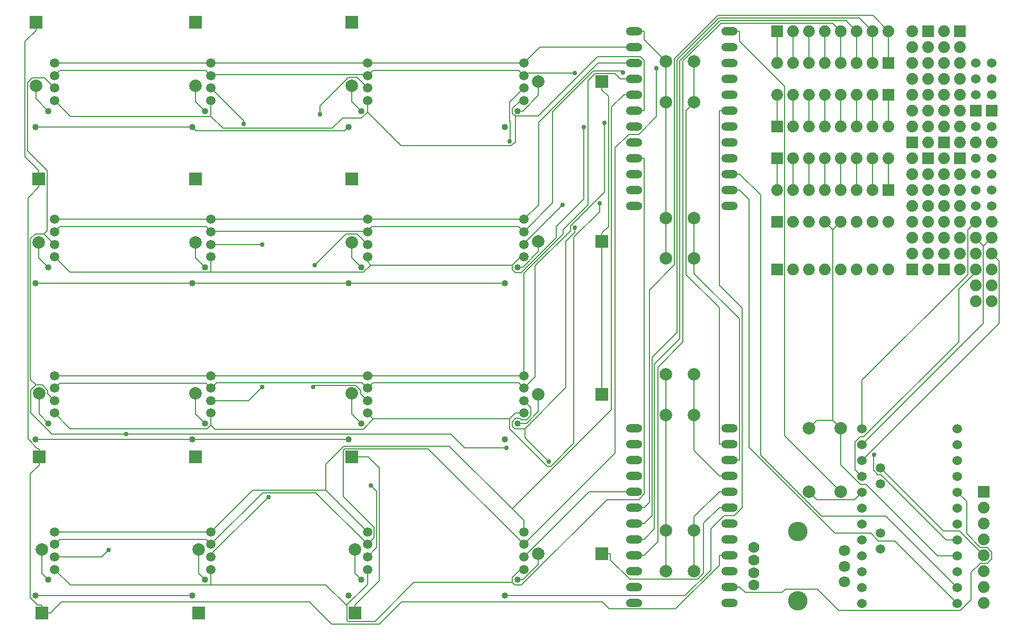
<source format=gbl>
G04 #@! TF.FileFunction,Copper,L2,Bot,Signal*
%FSLAX46Y46*%
G04 Gerber Fmt 4.6, Leading zero omitted, Abs format (unit mm)*
G04 Created by KiCad (PCBNEW 4.0.4-stable) date 11/20/16 21:41:40*
%MOMM*%
%LPD*%
G01*
G04 APERTURE LIST*
%ADD10C,0.100000*%
%ADD11R,1.879600X1.879600*%
%ADD12C,1.879600*%
%ADD13C,1.524000*%
%ADD14C,1.998980*%
%ADD15R,1.998980X1.998980*%
%ADD16C,2.000000*%
%ADD17C,1.500000*%
%ADD18C,1.508000*%
%ADD19C,1.016000*%
%ADD20O,2.641600X1.320800*%
%ADD21C,1.800000*%
%ADD22C,1.778000*%
%ADD23C,3.116000*%
%ADD24C,0.749400*%
%ADD25C,0.203200*%
G04 APERTURE END LIST*
D10*
D11*
X222250000Y-68580000D03*
D12*
X222250000Y-73660000D03*
X222250000Y-86360000D03*
X222250000Y-88900000D03*
X222250000Y-91440000D03*
X222250000Y-93980000D03*
X222250000Y-96520000D03*
X222250000Y-99060000D03*
D13*
X222250000Y-60960000D03*
X222250000Y-63500000D03*
X222250000Y-66040000D03*
X222250000Y-71120000D03*
X222250000Y-76200000D03*
X222250000Y-78740000D03*
X222250000Y-81280000D03*
X222250000Y-83820000D03*
D14*
X70502540Y-138840000D03*
D15*
X70502540Y-149000000D03*
D14*
X70005040Y-113840000D03*
D15*
X70005040Y-124000000D03*
D14*
X69999960Y-89660000D03*
D15*
X69999960Y-79500000D03*
D14*
X69499960Y-64660000D03*
D15*
X69499960Y-54500000D03*
D14*
X95500040Y-138840000D03*
D15*
X95500040Y-149000000D03*
D14*
X95002540Y-113840000D03*
D15*
X95002540Y-124000000D03*
D14*
X94994960Y-89660000D03*
D15*
X94994960Y-79500000D03*
D14*
X94999960Y-64660000D03*
D15*
X94999960Y-54500000D03*
D14*
X120502540Y-138840000D03*
D15*
X120502540Y-149000000D03*
D14*
X120002540Y-113840000D03*
D15*
X120002540Y-124000000D03*
D14*
X119997460Y-89660000D03*
D15*
X119997460Y-79500000D03*
D14*
X120000460Y-64660000D03*
D15*
X120000460Y-54500000D03*
D14*
X149840000Y-139497460D03*
D15*
X160000000Y-139497460D03*
D14*
X149840000Y-114000460D03*
D15*
X160000000Y-114000460D03*
D14*
X149840000Y-89497460D03*
D15*
X160000000Y-89497460D03*
D14*
X149840000Y-63997460D03*
D15*
X160000000Y-63997460D03*
D11*
X212090000Y-55880000D03*
D12*
X212090000Y-58420000D03*
X212090000Y-60960000D03*
X212090000Y-63500000D03*
X212090000Y-66040000D03*
X212090000Y-68580000D03*
X212090000Y-71120000D03*
X212090000Y-73660000D03*
D11*
X209550000Y-73660000D03*
D12*
X209550000Y-71120000D03*
X209550000Y-68580000D03*
X209550000Y-66040000D03*
X209550000Y-63500000D03*
X209550000Y-60960000D03*
X209550000Y-58420000D03*
X209550000Y-55880000D03*
D16*
X174732000Y-142270000D03*
X170232000Y-142270000D03*
X174732000Y-135770000D03*
X170232000Y-135770000D03*
X174732000Y-117270000D03*
X170232000Y-117270000D03*
X174732000Y-110770000D03*
X170232000Y-110770000D03*
X174732000Y-92270000D03*
X170232000Y-92270000D03*
X174732000Y-85770000D03*
X170232000Y-85770000D03*
X174732000Y-67270000D03*
X170232000Y-67270000D03*
X174732000Y-60770000D03*
X170232000Y-60770000D03*
D13*
X216789000Y-147447000D03*
X216789000Y-144907000D03*
X216789000Y-142367000D03*
X216789000Y-139827000D03*
X216789000Y-137287000D03*
X216789000Y-134747000D03*
X216789000Y-132207000D03*
X216789000Y-129667000D03*
X216789000Y-127127000D03*
X216789000Y-124587000D03*
X216789000Y-122047000D03*
X216789000Y-119507000D03*
X201549000Y-147447000D03*
X201549000Y-144907000D03*
X201549000Y-142367000D03*
X201549000Y-139827000D03*
X201549000Y-137287000D03*
X201549000Y-134747000D03*
X201549000Y-132207000D03*
X201549000Y-129667000D03*
X201549000Y-127127000D03*
X201549000Y-124587000D03*
X201549000Y-122047000D03*
X201549000Y-119507000D03*
D17*
X204470000Y-138684000D03*
X204470000Y-136144000D03*
X204470000Y-128270000D03*
X204470000Y-125730000D03*
D11*
X187960000Y-93980000D03*
D12*
X190500000Y-93980000D03*
X193040000Y-93980000D03*
X195580000Y-93980000D03*
X198120000Y-93980000D03*
X200660000Y-93980000D03*
X203200000Y-93980000D03*
X205740000Y-93980000D03*
D11*
X212090000Y-76200000D03*
D12*
X212090000Y-78740000D03*
X212090000Y-81280000D03*
X212090000Y-83820000D03*
X212090000Y-86360000D03*
X212090000Y-88900000D03*
X212090000Y-91440000D03*
X212090000Y-93980000D03*
D11*
X209550000Y-93980000D03*
D12*
X209550000Y-91440000D03*
X209550000Y-88900000D03*
X209550000Y-86360000D03*
X209550000Y-83820000D03*
X209550000Y-81280000D03*
X209550000Y-78740000D03*
X209550000Y-76200000D03*
D11*
X187960000Y-76200000D03*
D12*
X190500000Y-76200000D03*
X193040000Y-76200000D03*
X195580000Y-76200000D03*
X198120000Y-76200000D03*
X200660000Y-76200000D03*
X203200000Y-76200000D03*
X205740000Y-76200000D03*
D11*
X205740000Y-81280000D03*
D12*
X203200000Y-81280000D03*
X200660000Y-81280000D03*
X198120000Y-81280000D03*
X195580000Y-81280000D03*
X193040000Y-81280000D03*
X190500000Y-81280000D03*
X187960000Y-81280000D03*
D11*
X214630000Y-93980000D03*
D12*
X214630000Y-91440000D03*
X214630000Y-88900000D03*
X214630000Y-86360000D03*
X214630000Y-83820000D03*
X214630000Y-81280000D03*
X214630000Y-78740000D03*
X214630000Y-76200000D03*
D11*
X217170000Y-76200000D03*
D12*
X217170000Y-78740000D03*
X217170000Y-81280000D03*
X217170000Y-83820000D03*
X217170000Y-86360000D03*
X217170000Y-88900000D03*
X217170000Y-91440000D03*
X217170000Y-93980000D03*
D11*
X205740000Y-60960000D03*
D12*
X203200000Y-60960000D03*
X200660000Y-60960000D03*
X198120000Y-60960000D03*
X195580000Y-60960000D03*
X193040000Y-60960000D03*
X190500000Y-60960000D03*
X187960000Y-60960000D03*
D11*
X187960000Y-55880000D03*
D12*
X190500000Y-55880000D03*
X193040000Y-55880000D03*
X195580000Y-55880000D03*
X198120000Y-55880000D03*
X200660000Y-55880000D03*
X203200000Y-55880000D03*
X205740000Y-55880000D03*
D11*
X217170000Y-55880000D03*
D12*
X217170000Y-58420000D03*
X217170000Y-60960000D03*
X217170000Y-63500000D03*
X217170000Y-66040000D03*
X217170000Y-68580000D03*
X217170000Y-71120000D03*
X217170000Y-73660000D03*
D11*
X214630000Y-73660000D03*
D12*
X214630000Y-71120000D03*
X214630000Y-68580000D03*
X214630000Y-66040000D03*
X214630000Y-63500000D03*
X214630000Y-60960000D03*
X214630000Y-58420000D03*
X214630000Y-55880000D03*
D11*
X205740000Y-66040000D03*
D12*
X203200000Y-66040000D03*
X200660000Y-66040000D03*
X198120000Y-66040000D03*
X195580000Y-66040000D03*
X193040000Y-66040000D03*
X190500000Y-66040000D03*
X187960000Y-66040000D03*
D11*
X187960000Y-71120000D03*
D12*
X190500000Y-71120000D03*
X193040000Y-71120000D03*
X195580000Y-71120000D03*
X198120000Y-71120000D03*
X200660000Y-71120000D03*
X203200000Y-71120000D03*
X205740000Y-71120000D03*
D11*
X187960000Y-86360000D03*
D12*
X190500000Y-86360000D03*
X193040000Y-86360000D03*
X195580000Y-86360000D03*
X198120000Y-86360000D03*
X200660000Y-86360000D03*
X203200000Y-86360000D03*
X205740000Y-86360000D03*
D11*
X220980000Y-129540000D03*
D12*
X220980000Y-132080000D03*
X220980000Y-134620000D03*
X220980000Y-137160000D03*
X220980000Y-139700000D03*
X220980000Y-142240000D03*
X220980000Y-144780000D03*
X220980000Y-147320000D03*
D14*
X198120000Y-129540000D03*
X198120000Y-119380000D03*
X193040000Y-119380000D03*
X193040000Y-129540000D03*
D18*
X122500000Y-90000000D03*
X122500000Y-88000000D03*
X122500000Y-86000000D03*
X122500000Y-92000000D03*
X122500000Y-65000000D03*
X122500000Y-63000000D03*
X122500000Y-61000000D03*
X122500000Y-67000000D03*
X147500000Y-90000000D03*
X147500000Y-88000000D03*
X147500000Y-86000000D03*
X147500000Y-92000000D03*
D19*
X146519000Y-93672000D03*
X144487000Y-96212000D03*
D18*
X147500000Y-65000000D03*
X147500000Y-63000000D03*
X147500000Y-61000000D03*
X147500000Y-67000000D03*
D19*
X146519000Y-68672000D03*
X144487000Y-71212000D03*
X121519000Y-93672000D03*
X119487000Y-96212000D03*
X121519000Y-68672000D03*
X119487000Y-71212000D03*
D18*
X122500000Y-140000000D03*
X122500000Y-138000000D03*
X122500000Y-136000000D03*
X122500000Y-142000000D03*
X122500000Y-115000000D03*
X122500000Y-113000000D03*
X122500000Y-111000000D03*
X122500000Y-117000000D03*
X147500000Y-140000000D03*
X147500000Y-138000000D03*
X147500000Y-136000000D03*
X147500000Y-142000000D03*
D19*
X146519000Y-143672000D03*
X144487000Y-146212000D03*
D18*
X147500000Y-115000000D03*
X147500000Y-113000000D03*
X147500000Y-111000000D03*
X147500000Y-117000000D03*
D19*
X146519000Y-118672000D03*
X144487000Y-121212000D03*
X121519000Y-143672000D03*
X119487000Y-146212000D03*
X121519000Y-118672000D03*
X119487000Y-121212000D03*
D18*
X72500000Y-140000000D03*
X72500000Y-138000000D03*
X72500000Y-136000000D03*
X72500000Y-142000000D03*
X72500000Y-115000000D03*
X72500000Y-113000000D03*
X72500000Y-111000000D03*
X72500000Y-117000000D03*
X97500000Y-140000000D03*
X97500000Y-138000000D03*
X97500000Y-136000000D03*
X97500000Y-142000000D03*
D19*
X96519000Y-143672000D03*
X94487000Y-146212000D03*
D18*
X97500000Y-115000000D03*
X97500000Y-113000000D03*
X97500000Y-111000000D03*
X97500000Y-117000000D03*
D19*
X96519000Y-118672000D03*
X94487000Y-121212000D03*
X71519000Y-143672000D03*
X69487000Y-146212000D03*
X71519000Y-118672000D03*
X69487000Y-121212000D03*
D18*
X72500000Y-90000000D03*
X72500000Y-88000000D03*
X72500000Y-86000000D03*
X72500000Y-92000000D03*
X72500000Y-65000000D03*
X72500000Y-63000000D03*
X72500000Y-61000000D03*
X72500000Y-67000000D03*
X97500000Y-90000000D03*
X97500000Y-88000000D03*
X97500000Y-86000000D03*
X97500000Y-92000000D03*
D19*
X96519000Y-93672000D03*
X94487000Y-96212000D03*
D18*
X97500000Y-65000000D03*
X97500000Y-63000000D03*
X97500000Y-61000000D03*
X97500000Y-67000000D03*
D19*
X96519000Y-68672000D03*
X94487000Y-71212000D03*
X71519000Y-93672000D03*
X69487000Y-96212000D03*
X71519000Y-68672000D03*
X69487000Y-71212000D03*
D20*
X180340000Y-119380000D03*
X180340000Y-121920000D03*
X180340000Y-124460000D03*
X180340000Y-127000000D03*
X180340000Y-129540000D03*
X180340000Y-132080000D03*
X180340000Y-134620000D03*
X180340000Y-137160000D03*
X180340000Y-139700000D03*
X180340000Y-142240000D03*
X180340000Y-144780000D03*
X180340000Y-147320000D03*
X165100000Y-147320000D03*
X165100000Y-144780000D03*
X165100000Y-142240000D03*
X165100000Y-139700000D03*
X165100000Y-137160000D03*
X165100000Y-134620000D03*
X165100000Y-132080000D03*
X165100000Y-129540000D03*
X165100000Y-127000000D03*
X165100000Y-124460000D03*
X165100000Y-121920000D03*
X165100000Y-119380000D03*
X180340000Y-55880000D03*
X180340000Y-58420000D03*
X180340000Y-60960000D03*
X180340000Y-63500000D03*
X180340000Y-66040000D03*
X180340000Y-68580000D03*
X180340000Y-71120000D03*
X180340000Y-73660000D03*
X180340000Y-76200000D03*
X180340000Y-78740000D03*
X180340000Y-81280000D03*
X180340000Y-83820000D03*
X165100000Y-83820000D03*
X165100000Y-81280000D03*
X165100000Y-78740000D03*
X165100000Y-76200000D03*
X165100000Y-73660000D03*
X165100000Y-71120000D03*
X165100000Y-68580000D03*
X165100000Y-66040000D03*
X165100000Y-63500000D03*
X165100000Y-60960000D03*
X165100000Y-58420000D03*
X165100000Y-55880000D03*
D11*
X219710000Y-68580000D03*
D12*
X219710000Y-73660000D03*
X219710000Y-86360000D03*
X219710000Y-88900000D03*
X219710000Y-91440000D03*
X219710000Y-93980000D03*
X219710000Y-96520000D03*
X219710000Y-99060000D03*
D13*
X219710000Y-60960000D03*
X219710000Y-63500000D03*
X219710000Y-66040000D03*
X219710000Y-71120000D03*
X219710000Y-76200000D03*
X219710000Y-78740000D03*
X219710000Y-81280000D03*
X219710000Y-83820000D03*
D21*
X198750000Y-144000000D03*
X198750000Y-141500000D03*
X198750000Y-139000000D03*
D22*
X184250000Y-140500000D03*
X184250000Y-142500000D03*
D23*
X191250000Y-147050000D03*
X191250000Y-135950000D03*
D22*
X184250000Y-138500000D03*
X184250000Y-144500000D03*
D24*
X168671000Y-61834900D03*
X153664000Y-83715400D03*
X145216000Y-73564300D03*
X155667000Y-87307400D03*
X151528000Y-124794000D03*
X83962800Y-120365000D03*
X81132000Y-138879000D03*
X144739000Y-122570000D03*
X160385000Y-70536700D03*
X159580000Y-83402400D03*
X163338000Y-62534500D03*
X157072000Y-71221400D03*
X155671000Y-62605000D03*
X105680000Y-90000000D03*
X105680000Y-112827000D03*
X102746000Y-70758000D03*
X106679000Y-130427000D03*
X114037000Y-93367900D03*
X114916000Y-69225900D03*
X123082000Y-128583000D03*
X113815000Y-112816000D03*
X203449000Y-123670000D03*
D25*
X70502500Y-142656000D02*
X70502500Y-138840000D01*
X71519000Y-143672000D02*
X70502500Y-142656000D01*
X70005000Y-125305000D02*
X70005000Y-124000000D01*
X68620000Y-126690000D02*
X70005000Y-125305000D01*
X68620000Y-146547000D02*
X68620000Y-126690000D01*
X69768700Y-147695000D02*
X68620000Y-146547000D01*
X70502500Y-147695000D02*
X69768700Y-147695000D01*
X70502500Y-149000000D02*
X70502500Y-147695000D01*
X178714000Y-139700000D02*
X180340000Y-139700000D01*
X178714000Y-141338000D02*
X178714000Y-139700000D01*
X171740000Y-148312000D02*
X178714000Y-141338000D01*
X161187000Y-148312000D02*
X171740000Y-148312000D01*
X160049000Y-147175000D02*
X161187000Y-148312000D01*
X127976000Y-147175000D02*
X160049000Y-147175000D01*
X124405000Y-150746000D02*
X127976000Y-147175000D01*
X116798000Y-150746000D02*
X124405000Y-150746000D01*
X113248000Y-147195000D02*
X116798000Y-150746000D01*
X73612200Y-147195000D02*
X113248000Y-147195000D01*
X71807100Y-149000000D02*
X73612200Y-147195000D01*
X70502500Y-149000000D02*
X71807100Y-149000000D01*
X70000000Y-78195400D02*
X70000000Y-79500000D01*
X67779100Y-75974500D02*
X70000000Y-78195400D01*
X67779100Y-57525500D02*
X67779100Y-75974500D01*
X69500000Y-55804600D02*
X67779100Y-57525500D01*
X69500000Y-54500000D02*
X69500000Y-55804600D01*
X70005000Y-122695000D02*
X70005000Y-124000000D01*
X69810000Y-122695000D02*
X70005000Y-122695000D01*
X68226300Y-121112000D02*
X69810000Y-122695000D01*
X68226300Y-82578300D02*
X68226300Y-121112000D01*
X70000000Y-80804600D02*
X68226300Y-82578300D01*
X70000000Y-79500000D02*
X70000000Y-80804600D01*
X70005000Y-117158000D02*
X70005000Y-113840000D01*
X71519000Y-118672000D02*
X70005000Y-117158000D01*
X70000000Y-92153000D02*
X70000000Y-89660000D01*
X71519000Y-93672000D02*
X70000000Y-92153000D01*
X69500000Y-66653000D02*
X69500000Y-64660000D01*
X71519000Y-68672000D02*
X69500000Y-66653000D01*
X95500000Y-142653000D02*
X95500000Y-138840000D01*
X96519000Y-143672000D02*
X95500000Y-142653000D01*
X95002500Y-117156000D02*
X95002500Y-113840000D01*
X96519000Y-118672000D02*
X95002500Y-117156000D01*
X94995000Y-92148000D02*
X94995000Y-89660000D01*
X96519000Y-93672000D02*
X94995000Y-92148000D01*
X95000000Y-67153000D02*
X95000000Y-64660000D01*
X96519000Y-68672000D02*
X95000000Y-67153000D01*
X120502000Y-142656000D02*
X120502000Y-140748000D01*
X121519000Y-143672000D02*
X120502000Y-142656000D01*
X120502000Y-140748000D02*
X120502000Y-138840000D01*
X120502500Y-140747500D02*
X120502500Y-138840000D01*
X120502000Y-140748000D02*
X120502500Y-140747500D01*
X120002500Y-124000000D02*
X120002000Y-124000000D01*
X120502000Y-149000000D02*
X120502000Y-148347500D01*
X122615000Y-124000000D02*
X120002500Y-124000000D01*
X124421000Y-125807000D02*
X122615000Y-124000000D01*
X124421000Y-143776000D02*
X124421000Y-125807000D01*
X120502000Y-147695000D02*
X124421000Y-143776000D01*
X120502000Y-148347500D02*
X120502000Y-147695000D01*
X120502500Y-148348000D02*
X120502500Y-149000000D01*
X120502000Y-148347500D02*
X120502500Y-148348000D01*
X120002000Y-117156000D02*
X120002000Y-115498000D01*
X121519000Y-118672000D02*
X120002000Y-117156000D01*
X120002000Y-115498000D02*
X120002000Y-113840000D01*
X120002500Y-115497500D02*
X120002500Y-113840000D01*
X120002000Y-115498000D02*
X120002500Y-115497500D01*
X119998000Y-92150500D02*
X119998000Y-90905200D01*
X121519000Y-93672000D02*
X119998000Y-92150500D01*
X119998000Y-90905200D02*
X119998000Y-89660000D01*
X119997500Y-90904700D02*
X119997500Y-89660000D01*
X119998000Y-90905200D02*
X119997500Y-90904700D01*
X120000000Y-67153500D02*
X120000000Y-65906700D01*
X121519000Y-68672000D02*
X120000000Y-67153500D01*
X120000000Y-65906700D02*
X120000000Y-64660000D01*
X120000500Y-65906200D02*
X120000500Y-64660000D01*
X120000000Y-65906700D02*
X120000500Y-65906200D01*
X149840000Y-141162000D02*
X149840000Y-139498000D01*
X147330000Y-143672000D02*
X149840000Y-141162000D01*
X146519000Y-143672000D02*
X147330000Y-143672000D01*
X149840000Y-139498000D02*
X149840000Y-139497500D01*
X160000000Y-65302100D02*
X160000000Y-63997500D01*
X161064000Y-66366600D02*
X160000000Y-65302100D01*
X161064000Y-87128400D02*
X161064000Y-66366600D01*
X160000000Y-88192900D02*
X161064000Y-87128400D01*
X160000000Y-89497500D02*
X160000000Y-88192900D01*
X160000000Y-139498000D02*
X160000500Y-139498000D01*
X178714000Y-132080000D02*
X180340000Y-132080000D01*
X176206000Y-134588000D02*
X178714000Y-132080000D01*
X176206000Y-142644000D02*
X176206000Y-134588000D01*
X175269000Y-143582000D02*
X176206000Y-142644000D01*
X164410000Y-143582000D02*
X175269000Y-143582000D01*
X161305000Y-140476000D02*
X164410000Y-143582000D01*
X161305000Y-139498000D02*
X161305000Y-140476000D01*
X160000500Y-139498000D02*
X161305000Y-139498000D01*
X160000500Y-139498000D02*
X160000000Y-139497500D01*
X160000000Y-114000000D02*
X160000000Y-89497500D01*
X160000000Y-114000000D02*
X160000000Y-114000500D01*
X149840000Y-116735000D02*
X149840000Y-114000500D01*
X147903000Y-118672000D02*
X149840000Y-116735000D01*
X146519000Y-118672000D02*
X147903000Y-118672000D01*
X149840000Y-114000500D02*
X149840000Y-114000000D01*
X147326000Y-93672000D02*
X146519000Y-93672000D01*
X149840000Y-91158100D02*
X147326000Y-93672000D01*
X149840000Y-89497500D02*
X149840000Y-91158100D01*
X147336000Y-68672000D02*
X146519000Y-68672000D01*
X149840000Y-66168400D02*
X147336000Y-68672000D01*
X149840000Y-63997500D02*
X149840000Y-66168400D01*
X166726000Y-57263900D02*
X170232000Y-60770000D01*
X166726000Y-55880000D02*
X166726000Y-57263900D01*
X165100000Y-55880000D02*
X166726000Y-55880000D01*
X170232000Y-110770000D02*
X170232000Y-117270000D01*
X170232000Y-60770000D02*
X170232000Y-67270000D01*
X170232000Y-67270000D02*
X170232000Y-85770000D01*
X170232000Y-85770000D02*
X170232000Y-92270000D01*
X170232000Y-117270000D02*
X170232000Y-135770000D01*
X170232000Y-135770000D02*
X170232000Y-142270000D01*
X201549000Y-111740000D02*
X201549000Y-119507000D01*
X218440000Y-94849100D02*
X201549000Y-111740000D01*
X218440000Y-87630000D02*
X218440000Y-94849100D01*
X219710000Y-86360000D02*
X218440000Y-87630000D01*
X220955000Y-102641000D02*
X220955000Y-90170000D01*
X201549000Y-122047000D02*
X220955000Y-102641000D01*
X220980000Y-90170000D02*
X220955000Y-90170000D01*
X222250000Y-88900000D02*
X220980000Y-90170000D01*
X219710000Y-88925000D02*
X219710000Y-88900000D01*
X220955000Y-90170000D02*
X219710000Y-88925000D01*
X223496000Y-102640000D02*
X201549000Y-124587000D01*
X223496000Y-92685800D02*
X223496000Y-102640000D01*
X222250000Y-91440000D02*
X223496000Y-92685800D01*
X219710000Y-94456900D02*
X219710000Y-93980000D01*
X216995000Y-97171900D02*
X219710000Y-94456900D01*
X216995000Y-105579000D02*
X216995000Y-97171900D01*
X201797000Y-120777000D02*
X216995000Y-105579000D01*
X201286000Y-120777000D02*
X201797000Y-120777000D01*
X200466000Y-121598000D02*
X201286000Y-120777000D01*
X200466000Y-126044000D02*
X200466000Y-121598000D01*
X201549000Y-127127000D02*
X200466000Y-126044000D01*
X214588000Y-135848000D02*
X204470000Y-125730000D01*
X217128000Y-135848000D02*
X214588000Y-135848000D01*
X220980000Y-139700000D02*
X217128000Y-135848000D01*
X73310200Y-137190000D02*
X72500000Y-138000000D01*
X96689800Y-137190000D02*
X73310200Y-137190000D01*
X97500000Y-138000000D02*
X96689800Y-137190000D01*
X105755000Y-129745000D02*
X97500000Y-138000000D01*
X114245000Y-129745000D02*
X105755000Y-129745000D01*
X122500000Y-138000000D02*
X114245000Y-129745000D01*
X123573000Y-136927000D02*
X122500000Y-138000000D01*
X123573000Y-135257000D02*
X123573000Y-136927000D01*
X118683000Y-130367000D02*
X123573000Y-135257000D01*
X118683000Y-122878000D02*
X118683000Y-130367000D01*
X118875000Y-122686000D02*
X118683000Y-122878000D01*
X132186000Y-122686000D02*
X118875000Y-122686000D01*
X147500000Y-138000000D02*
X132186000Y-122686000D01*
X168671000Y-69585800D02*
X168671000Y-61834900D01*
X165866000Y-72390000D02*
X168671000Y-69585800D01*
X164296000Y-72390000D02*
X165866000Y-72390000D01*
X162112000Y-74573900D02*
X164296000Y-72390000D01*
X162112000Y-123388000D02*
X162112000Y-74573900D01*
X147500000Y-138000000D02*
X162112000Y-123388000D01*
X72500000Y-136000000D02*
X97500000Y-136000000D01*
X104164000Y-129336000D02*
X115836000Y-129336000D01*
X97500000Y-136000000D02*
X104164000Y-129336000D01*
X115836000Y-129336000D02*
X122500000Y-136000000D01*
X147500000Y-134191000D02*
X145612000Y-132304000D01*
X147500000Y-136000000D02*
X147500000Y-134191000D01*
X115836000Y-125149000D02*
X115836000Y-129336000D01*
X118706000Y-122279000D02*
X115836000Y-125149000D01*
X135588000Y-122279000D02*
X118706000Y-122279000D01*
X145612000Y-132304000D02*
X135588000Y-122279000D01*
X163474000Y-66040000D02*
X165100000Y-66040000D01*
X161471000Y-68042900D02*
X163474000Y-66040000D01*
X161471000Y-116445000D02*
X161471000Y-68042900D01*
X145612000Y-132304000D02*
X161471000Y-116445000D01*
X146957000Y-142000000D02*
X147500000Y-142000000D01*
X145692000Y-143266000D02*
X146957000Y-142000000D01*
X145692000Y-144079000D02*
X145692000Y-143266000D01*
X146115000Y-144502000D02*
X145692000Y-144079000D01*
X147075000Y-144502000D02*
X146115000Y-144502000D01*
X160768000Y-130810000D02*
X147075000Y-144502000D01*
X165860000Y-130810000D02*
X160768000Y-130810000D01*
X166726000Y-129944000D02*
X165860000Y-130810000D01*
X166726000Y-76200000D02*
X166726000Y-129944000D01*
X165100000Y-76200000D02*
X166726000Y-76200000D01*
X119198000Y-147818000D02*
X119119000Y-147740000D01*
X119198000Y-150142000D02*
X119198000Y-147818000D01*
X119361000Y-150305000D02*
X119198000Y-150142000D01*
X123714000Y-150305000D02*
X119361000Y-150305000D01*
X129940000Y-144079000D02*
X123714000Y-150305000D01*
X145692000Y-144079000D02*
X129940000Y-144079000D01*
X122500000Y-144359000D02*
X122500000Y-142000000D01*
X119119000Y-147740000D02*
X122500000Y-144359000D01*
X97500000Y-142000000D02*
X97500000Y-144503000D01*
X115883000Y-144503000D02*
X97500000Y-144503000D01*
X119119000Y-147740000D02*
X115883000Y-144503000D01*
X75003300Y-144503000D02*
X72500000Y-142000000D01*
X97500000Y-144503000D02*
X75003300Y-144503000D01*
X69487000Y-146212000D02*
X94487000Y-146212000D01*
X178714000Y-68580000D02*
X180340000Y-68580000D01*
X178714000Y-96517900D02*
X178714000Y-68580000D01*
X182373000Y-100177000D02*
X178714000Y-96517900D01*
X182373000Y-132127000D02*
X182373000Y-100177000D01*
X181150000Y-133350000D02*
X182373000Y-132127000D01*
X179501000Y-133350000D02*
X181150000Y-133350000D01*
X177369000Y-135482000D02*
X179501000Y-133350000D01*
X177369000Y-142093000D02*
X177369000Y-135482000D01*
X173250000Y-146212000D02*
X177369000Y-142093000D01*
X144487000Y-146212000D02*
X173250000Y-146212000D01*
X147500000Y-89879100D02*
X147500000Y-90000000D01*
X153664000Y-83715400D02*
X147500000Y-89879100D01*
X157953000Y-129540000D02*
X165100000Y-129540000D01*
X147500000Y-139993000D02*
X157953000Y-129540000D01*
X147500000Y-140000000D02*
X147500000Y-139993000D01*
X147665000Y-120931000D02*
X147665000Y-119485000D01*
X151528000Y-124794000D02*
X147665000Y-120931000D01*
X146098000Y-119485000D02*
X147665000Y-119485000D01*
X145661000Y-119048000D02*
X146098000Y-119485000D01*
X145661000Y-118364000D02*
X145661000Y-119048000D01*
X146176000Y-117848000D02*
X145661000Y-118364000D01*
X146848000Y-117848000D02*
X146176000Y-117848000D01*
X147083000Y-118084000D02*
X146848000Y-117848000D01*
X147914000Y-118084000D02*
X147083000Y-118084000D01*
X148618000Y-117380000D02*
X147914000Y-118084000D01*
X148618000Y-116118000D02*
X148618000Y-117380000D01*
X147500000Y-115000000D02*
X148618000Y-116118000D01*
X155667000Y-88115000D02*
X155667000Y-87307400D01*
X154230000Y-89551800D02*
X155667000Y-88115000D01*
X154230000Y-112920000D02*
X154230000Y-89551800D01*
X147665000Y-119485000D02*
X154230000Y-112920000D01*
X145334000Y-73446800D02*
X145216000Y-73564300D01*
X145334000Y-70330700D02*
X145334000Y-73446800D01*
X145250000Y-70247100D02*
X145334000Y-70330700D01*
X145250000Y-67249600D02*
X145250000Y-70247100D01*
X147500000Y-65000000D02*
X145250000Y-67249600D01*
X71335600Y-87842200D02*
X70838900Y-88338900D01*
X71335600Y-78209100D02*
X71335600Y-87842200D01*
X68195400Y-75068900D02*
X71335600Y-78209100D01*
X68195400Y-64091300D02*
X68195400Y-75068900D01*
X68935300Y-63351400D02*
X68195400Y-64091300D01*
X70851400Y-63351400D02*
X68935300Y-63351400D01*
X72500000Y-65000000D02*
X70851400Y-63351400D01*
X70838900Y-88338900D02*
X72500000Y-90000000D01*
X69414700Y-88338900D02*
X70838900Y-88338900D01*
X68639800Y-89113800D02*
X69414700Y-88338900D01*
X68639800Y-111619000D02*
X68639800Y-89113800D01*
X69505800Y-112485000D02*
X68639800Y-111619000D01*
X71440800Y-113941000D02*
X72500000Y-115000000D01*
X71440800Y-113387000D02*
X71440800Y-113941000D01*
X70538700Y-112485000D02*
X71440800Y-113387000D01*
X69505800Y-112485000D02*
X70538700Y-112485000D01*
X72056000Y-120365000D02*
X83962800Y-120365000D01*
X68690500Y-117000000D02*
X72056000Y-120365000D01*
X68690500Y-113300000D02*
X68690500Y-117000000D01*
X69505800Y-112485000D02*
X68690500Y-113300000D01*
X80010900Y-140000000D02*
X72500000Y-140000000D01*
X81132000Y-138879000D02*
X80010900Y-140000000D01*
X138065000Y-122570000D02*
X144739000Y-122570000D01*
X135860000Y-120365000D02*
X138065000Y-122570000D01*
X83962800Y-120365000D02*
X135860000Y-120365000D01*
X98382900Y-112117000D02*
X97500000Y-113000000D01*
X121617000Y-112117000D02*
X98382900Y-112117000D01*
X122500000Y-113000000D02*
X121617000Y-112117000D01*
X73310200Y-112190000D02*
X72500000Y-113000000D01*
X96689800Y-112190000D02*
X73310200Y-112190000D01*
X97500000Y-113000000D02*
X96689800Y-112190000D01*
X123348000Y-112152000D02*
X122500000Y-113000000D01*
X146652000Y-112152000D02*
X123348000Y-112152000D01*
X147500000Y-113000000D02*
X146652000Y-112152000D01*
X149295000Y-111205000D02*
X147500000Y-113000000D01*
X149295000Y-93466500D02*
X149295000Y-111205000D01*
X154928000Y-87833900D02*
X149295000Y-93466500D01*
X154928000Y-87076100D02*
X154928000Y-87833900D01*
X160385000Y-81619400D02*
X154928000Y-87076100D01*
X160385000Y-70536700D02*
X160385000Y-81619400D01*
X72500000Y-111000000D02*
X97500000Y-111000000D01*
X147500000Y-94648600D02*
X147500000Y-111000000D01*
X153767000Y-88381300D02*
X147500000Y-94648600D01*
X153767000Y-87661500D02*
X153767000Y-88381300D01*
X157761000Y-83667600D02*
X153767000Y-87661500D01*
X157761000Y-63799400D02*
X157761000Y-83667600D01*
X158868000Y-62692800D02*
X157761000Y-63799400D01*
X162092000Y-62692800D02*
X158868000Y-62692800D01*
X162899000Y-63500000D02*
X162092000Y-62692800D01*
X165100000Y-63500000D02*
X162899000Y-63500000D01*
X147500000Y-111000000D02*
X122500000Y-111000000D01*
X122500000Y-111000000D02*
X97500000Y-111000000D01*
X74985200Y-119485000D02*
X72500000Y-117000000D01*
X96895900Y-119485000D02*
X74985200Y-119485000D01*
X97500000Y-118881000D02*
X96895900Y-119485000D01*
X97500000Y-117000000D02*
X97500000Y-118881000D01*
X123405000Y-118010000D02*
X123405000Y-117905000D01*
X121864000Y-119551000D02*
X123405000Y-118010000D01*
X98170100Y-119551000D02*
X121864000Y-119551000D01*
X97500000Y-118881000D02*
X98170100Y-119551000D01*
X123405000Y-117905000D02*
X122500000Y-117000000D01*
X146156000Y-117000000D02*
X145251000Y-117905000D01*
X147500000Y-117000000D02*
X146156000Y-117000000D01*
X145251000Y-117905000D02*
X123405000Y-117905000D01*
X159580000Y-84777800D02*
X159580000Y-83402400D01*
X155493000Y-88864300D02*
X159580000Y-84777800D01*
X155493000Y-121812000D02*
X155493000Y-88864300D01*
X151812000Y-125493000D02*
X155493000Y-121812000D01*
X151266000Y-125493000D02*
X151812000Y-125493000D01*
X145251000Y-119478000D02*
X151266000Y-125493000D01*
X145251000Y-117905000D02*
X145251000Y-119478000D01*
X119487000Y-121212000D02*
X94487000Y-121212000D01*
X94487000Y-121212000D02*
X69487000Y-121212000D01*
X73323200Y-87176800D02*
X72500000Y-88000000D01*
X96676800Y-87176800D02*
X73323200Y-87176800D01*
X97500000Y-88000000D02*
X96676800Y-87176800D01*
X97598800Y-87901200D02*
X97500000Y-88000000D01*
X122500000Y-87901200D02*
X97598800Y-87901200D01*
X123249000Y-87152100D02*
X122500000Y-87901200D01*
X146652000Y-87152100D02*
X123249000Y-87152100D01*
X147500000Y-88000000D02*
X146652000Y-87152100D01*
X122500000Y-87901200D02*
X122500000Y-88000000D01*
X163080000Y-62276600D02*
X163338000Y-62534500D01*
X158637000Y-62276600D02*
X163080000Y-62276600D01*
X152106000Y-68807500D02*
X158637000Y-62276600D01*
X152106000Y-83394300D02*
X152106000Y-68807500D01*
X147500000Y-88000000D02*
X152106000Y-83394300D01*
X97500000Y-86000000D02*
X72500000Y-86000000D01*
X149847000Y-83652900D02*
X147500000Y-86000000D01*
X149847000Y-70490800D02*
X149847000Y-83652900D01*
X159378000Y-60960100D02*
X149847000Y-70490800D01*
X163474000Y-60960100D02*
X159378000Y-60960100D01*
X163474000Y-60960000D02*
X163474000Y-60960100D01*
X165100000Y-60960000D02*
X163474000Y-60960000D01*
X147500000Y-86000000D02*
X122500000Y-86000000D01*
X122500000Y-86000000D02*
X97500000Y-86000000D01*
X122500000Y-92747000D02*
X122500000Y-92000000D01*
X123067000Y-93314200D02*
X122500000Y-92747000D01*
X74985100Y-94485100D02*
X72500000Y-92000000D01*
X97500000Y-94485100D02*
X74985100Y-94485100D01*
X97500000Y-94485100D02*
X97500000Y-92000000D01*
X121896000Y-94485100D02*
X97500000Y-94485100D01*
X123067000Y-93314200D02*
X121896000Y-94485100D01*
X146972000Y-92000000D02*
X145657000Y-93314200D01*
X147500000Y-92000000D02*
X146972000Y-92000000D01*
X145657000Y-93314200D02*
X123067000Y-93314200D01*
X145657000Y-93986800D02*
X145657000Y-93314200D01*
X146157000Y-94486100D02*
X145657000Y-93986800D01*
X147087000Y-94486100D02*
X146157000Y-94486100D01*
X152651000Y-88922000D02*
X147087000Y-94486100D01*
X152651000Y-87149300D02*
X152651000Y-88922000D01*
X157072000Y-82728500D02*
X152651000Y-87149300D01*
X157072000Y-71221400D02*
X157072000Y-82728500D01*
X69487000Y-96212000D02*
X94487000Y-96212000D01*
X144487000Y-96212000D02*
X119487000Y-96212000D01*
X119487000Y-96212000D02*
X94487000Y-96212000D01*
X123348000Y-62152100D02*
X122500000Y-63000000D01*
X146652000Y-62152100D02*
X123348000Y-62152100D01*
X147500000Y-63000000D02*
X146652000Y-62152100D01*
X97601700Y-62898300D02*
X97500000Y-63000000D01*
X122398000Y-62898300D02*
X97601700Y-62898300D01*
X122500000Y-63000000D02*
X122398000Y-62898300D01*
X73329600Y-62170400D02*
X72500000Y-63000000D01*
X96670400Y-62170400D02*
X73329600Y-62170400D01*
X97500000Y-63000000D02*
X96670400Y-62170400D01*
X147895000Y-62605000D02*
X155671000Y-62605000D01*
X147500000Y-63000000D02*
X147895000Y-62605000D01*
X150080000Y-58420000D02*
X147500000Y-61000000D01*
X165100000Y-58420000D02*
X150080000Y-58420000D01*
X147500000Y-61000000D02*
X122500000Y-61000000D01*
X122500000Y-61000000D02*
X97500000Y-61000000D01*
X97500000Y-61000000D02*
X72500000Y-61000000D01*
X75011100Y-69511100D02*
X72500000Y-67000000D01*
X97500000Y-69511100D02*
X75011100Y-69511100D01*
X97500000Y-69511100D02*
X97500000Y-67000000D01*
X122500000Y-67000000D02*
X122500000Y-68858300D01*
X99438800Y-71449900D02*
X97500000Y-69511100D01*
X116900000Y-71449900D02*
X99438800Y-71449900D01*
X118518000Y-69831600D02*
X116900000Y-71449900D01*
X121527000Y-69831600D02*
X118518000Y-69831600D01*
X122500000Y-68858300D02*
X121527000Y-69831600D01*
X149762000Y-69498200D02*
X146160000Y-69498200D01*
X159274000Y-59985900D02*
X149762000Y-69498200D01*
X166171000Y-59985900D02*
X159274000Y-59985900D01*
X166726000Y-60540400D02*
X166171000Y-59985900D01*
X166726000Y-68580000D02*
X166726000Y-60540400D01*
X165100000Y-68580000D02*
X166726000Y-68580000D01*
X146991000Y-67000000D02*
X147500000Y-67000000D01*
X145687000Y-68304100D02*
X146991000Y-67000000D01*
X145687000Y-69025400D02*
X145687000Y-68304100D01*
X146160000Y-69498200D02*
X145687000Y-69025400D01*
X146160000Y-73582600D02*
X146160000Y-69498200D01*
X145498000Y-74244100D02*
X146160000Y-73582600D01*
X127886000Y-74244100D02*
X145498000Y-74244100D01*
X122500000Y-68858300D02*
X127886000Y-74244100D01*
X69487000Y-71212000D02*
X94487000Y-71212000D01*
X118842000Y-71856700D02*
X119487000Y-71212000D01*
X95131700Y-71856700D02*
X118842000Y-71856700D01*
X94487000Y-71212000D02*
X95131700Y-71856700D01*
X103507000Y-115000000D02*
X105680000Y-112827000D01*
X97500000Y-115000000D02*
X103507000Y-115000000D01*
X97500000Y-90000000D02*
X105680000Y-90000000D01*
X97500000Y-139606000D02*
X106679000Y-130427000D01*
X97500000Y-140000000D02*
X97500000Y-139606000D01*
X102746000Y-70246000D02*
X102746000Y-70758000D01*
X97500000Y-65000000D02*
X102746000Y-70246000D01*
X120837000Y-88336700D02*
X122500000Y-90000000D01*
X119068000Y-88336700D02*
X120837000Y-88336700D01*
X114037000Y-93367900D02*
X119068000Y-88336700D01*
X120805000Y-63305100D02*
X122500000Y-65000000D01*
X119510000Y-63305100D02*
X120805000Y-63305100D01*
X114916000Y-67899000D02*
X119510000Y-63305100D01*
X114916000Y-69225900D02*
X114916000Y-67899000D01*
X123988000Y-129490000D02*
X123082000Y-128583000D01*
X123988000Y-138512000D02*
X123988000Y-129490000D01*
X122500000Y-140000000D02*
X123988000Y-138512000D01*
X114106000Y-112524000D02*
X113815000Y-112816000D01*
X120551000Y-112524000D02*
X114106000Y-112524000D01*
X121441000Y-113414000D02*
X120551000Y-112524000D01*
X121441000Y-113941000D02*
X121441000Y-113414000D01*
X122500000Y-115000000D02*
X121441000Y-113941000D01*
X189205000Y-120625000D02*
X198120000Y-129540000D01*
X189205000Y-64745000D02*
X189205000Y-120625000D01*
X181966000Y-57505900D02*
X189205000Y-64745000D01*
X181966000Y-55880000D02*
X181966000Y-57505900D01*
X180340000Y-55880000D02*
X181966000Y-55880000D01*
X200352000Y-130864000D02*
X201549000Y-129667000D01*
X194364000Y-130864000D02*
X200352000Y-130864000D01*
X193040000Y-129540000D02*
X194364000Y-130864000D01*
X174732000Y-135770000D02*
X174732000Y-142270000D01*
X174732000Y-133522000D02*
X174732000Y-135770000D01*
X178714000Y-129540000D02*
X174732000Y-133522000D01*
X180340000Y-129540000D02*
X178714000Y-129540000D01*
X174732000Y-110770000D02*
X174732000Y-117270000D01*
X174732000Y-123018000D02*
X174732000Y-117270000D01*
X178714000Y-127000000D02*
X174732000Y-123018000D01*
X180340000Y-127000000D02*
X178714000Y-127000000D01*
X174732000Y-85770000D02*
X174732000Y-92270000D01*
X174732000Y-94684000D02*
X174732000Y-92270000D01*
X181966000Y-101918000D02*
X174732000Y-94684000D01*
X181966000Y-124460000D02*
X181966000Y-101918000D01*
X180340000Y-124460000D02*
X181966000Y-124460000D01*
X174732000Y-67270000D02*
X174732000Y-60770000D01*
X173418000Y-68584300D02*
X174732000Y-67270000D01*
X173418000Y-94829600D02*
X173418000Y-68584300D01*
X178714000Y-100126000D02*
X173418000Y-94829600D01*
X178714000Y-121920000D02*
X178714000Y-100126000D01*
X180340000Y-121920000D02*
X178714000Y-121920000D01*
X205359000Y-133477000D02*
X216789000Y-144907000D01*
X195075000Y-133477000D02*
X205359000Y-133477000D01*
X185335000Y-123737000D02*
X195075000Y-133477000D01*
X185335000Y-82108700D02*
X185335000Y-123737000D01*
X181966000Y-78740000D02*
X185335000Y-82108700D01*
X180340000Y-78740000D02*
X181966000Y-78740000D01*
X206756000Y-137414000D02*
X216789000Y-147447000D01*
X204158000Y-137414000D02*
X206756000Y-137414000D01*
X202961000Y-136218000D02*
X204158000Y-137414000D01*
X197240000Y-136218000D02*
X202961000Y-136218000D01*
X183498000Y-122476000D02*
X197240000Y-136218000D01*
X183498000Y-82812300D02*
X183498000Y-122476000D01*
X181966000Y-81280000D02*
X183498000Y-82812300D01*
X180340000Y-81280000D02*
X181966000Y-81280000D01*
X213606000Y-139827000D02*
X216789000Y-139827000D01*
X202176000Y-128397000D02*
X213606000Y-139827000D01*
X201246000Y-128397000D02*
X202176000Y-128397000D01*
X198120000Y-125271000D02*
X201246000Y-128397000D01*
X198120000Y-119380000D02*
X198120000Y-125271000D01*
X196850000Y-87630000D02*
X198120000Y-86360000D01*
X195580000Y-86360000D02*
X196850000Y-87630000D01*
X194310000Y-118110000D02*
X193040000Y-119380000D01*
X196850000Y-118110000D02*
X194310000Y-118110000D01*
X196850000Y-87630000D02*
X196850000Y-118110000D01*
X196850000Y-118110000D02*
X198120000Y-119380000D01*
X203380000Y-123739000D02*
X203449000Y-123670000D01*
X203380000Y-126132000D02*
X203380000Y-123739000D01*
X204104000Y-126856000D02*
X203380000Y-126132000D01*
X204549000Y-126856000D02*
X204104000Y-126856000D01*
X214980000Y-137287000D02*
X204549000Y-126856000D01*
X216789000Y-137287000D02*
X214980000Y-137287000D01*
X205740000Y-55880000D02*
X205740000Y-60960000D01*
X166726000Y-132080000D02*
X165100000Y-132080000D01*
X167539000Y-131267000D02*
X166726000Y-132080000D01*
X167539000Y-97284700D02*
X167539000Y-131267000D01*
X171537000Y-93286800D02*
X167539000Y-97284700D01*
X171537000Y-60354500D02*
X171537000Y-93286800D01*
X178482000Y-53409600D02*
X171537000Y-60354500D01*
X203270000Y-53409600D02*
X178482000Y-53409600D01*
X205740000Y-55880000D02*
X203270000Y-53409600D01*
X203200000Y-55880000D02*
X203200000Y-60960000D01*
X166726000Y-134620000D02*
X165100000Y-134620000D01*
X167970000Y-133376000D02*
X166726000Y-134620000D01*
X167970000Y-108082000D02*
X167970000Y-133376000D01*
X171968000Y-104085000D02*
X167970000Y-108082000D01*
X171968000Y-60499400D02*
X171968000Y-104085000D01*
X178651000Y-53816300D02*
X171968000Y-60499400D01*
X201136000Y-53816300D02*
X178651000Y-53816300D01*
X203200000Y-55880000D02*
X201136000Y-53816300D01*
X200660000Y-55880000D02*
X200660000Y-60960000D01*
X199003000Y-54223000D02*
X200660000Y-55880000D01*
X178819000Y-54223000D02*
X199003000Y-54223000D01*
X172374000Y-60667900D02*
X178819000Y-54223000D01*
X172374000Y-105141000D02*
X172374000Y-60667900D01*
X168377000Y-109138000D02*
X172374000Y-105141000D01*
X168377000Y-135509000D02*
X168377000Y-109138000D01*
X166726000Y-137160000D02*
X168377000Y-135509000D01*
X165100000Y-137160000D02*
X166726000Y-137160000D01*
X198120000Y-55880000D02*
X198120000Y-60960000D01*
X196870000Y-54629900D02*
X198120000Y-55880000D01*
X178988000Y-54629900D02*
X196870000Y-54629900D01*
X172923000Y-60694100D02*
X178988000Y-54629900D01*
X172923000Y-105648000D02*
X172923000Y-60694100D01*
X168927000Y-109644000D02*
X172923000Y-105648000D01*
X168927000Y-137499000D02*
X168927000Y-109644000D01*
X166726000Y-139700000D02*
X168927000Y-137499000D01*
X165100000Y-139700000D02*
X166726000Y-139700000D01*
X218262000Y-131140000D02*
X216789000Y-129667000D01*
X218262000Y-136258000D02*
X218262000Y-131140000D01*
X220434000Y-138430000D02*
X218262000Y-136258000D01*
X221475000Y-138430000D02*
X220434000Y-138430000D01*
X222249000Y-139204000D02*
X221475000Y-138430000D01*
X222249000Y-140291000D02*
X222249000Y-139204000D01*
X221570000Y-140970000D02*
X222249000Y-140291000D01*
X220458000Y-140970000D02*
X221570000Y-140970000D01*
X218965000Y-142463000D02*
X220458000Y-140970000D01*
X218965000Y-146846000D02*
X218965000Y-142463000D01*
X217274000Y-148537000D02*
X218965000Y-146846000D01*
X197830000Y-148537000D02*
X217274000Y-148537000D01*
X194436000Y-145144000D02*
X197830000Y-148537000D01*
X189333000Y-145144000D02*
X194436000Y-145144000D01*
X188775000Y-145702000D02*
X189333000Y-145144000D01*
X182888000Y-145702000D02*
X188775000Y-145702000D01*
X181966000Y-144780000D02*
X182888000Y-145702000D01*
X180340000Y-144780000D02*
X181966000Y-144780000D01*
X187960000Y-81280000D02*
X187960000Y-76200000D01*
X190500000Y-81280000D02*
X190500000Y-76200000D01*
X193040000Y-81280000D02*
X193040000Y-76200000D01*
X195580000Y-81280000D02*
X195580000Y-76200000D01*
X198120000Y-81280000D02*
X198120000Y-76200000D01*
X200660000Y-81280000D02*
X200660000Y-76200000D01*
X203200000Y-81280000D02*
X203200000Y-76200000D01*
X205740000Y-81280000D02*
X205740000Y-76200000D01*
X195580000Y-55880000D02*
X195580000Y-60960000D01*
X193040000Y-55880000D02*
X193040000Y-60960000D01*
X190500000Y-55880000D02*
X190500000Y-60960000D01*
X187960000Y-55880000D02*
X187960000Y-60960000D01*
X205740000Y-71120000D02*
X205740000Y-66040000D01*
X203200000Y-71120000D02*
X203200000Y-66040000D01*
X200660000Y-71120000D02*
X200660000Y-66040000D01*
X198120000Y-71120000D02*
X198120000Y-66040000D01*
X195580000Y-71120000D02*
X195580000Y-66040000D01*
X193040000Y-71120000D02*
X193040000Y-66040000D01*
X190500000Y-71120000D02*
X190500000Y-66040000D01*
X187960000Y-71120000D02*
X187960000Y-66040000D01*
M02*

</source>
